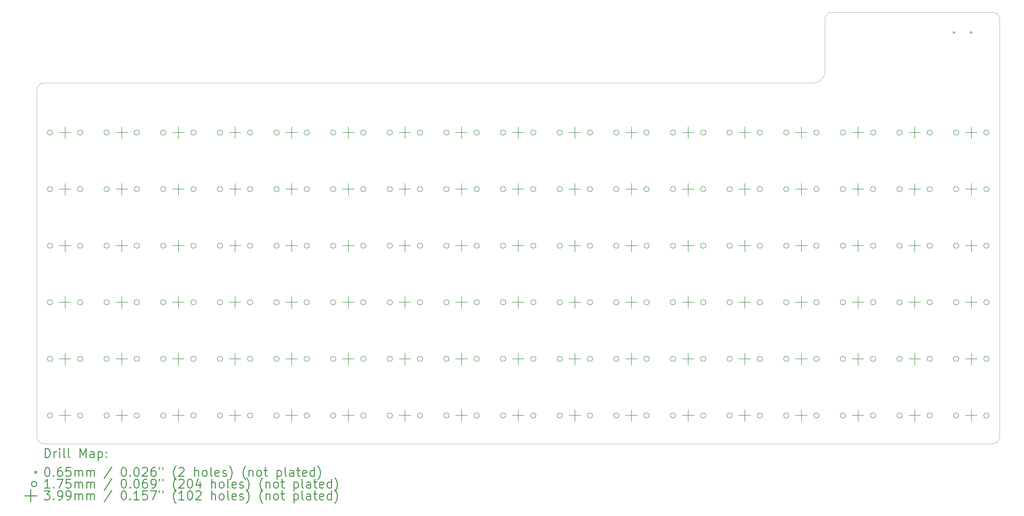
<source format=gbr>
%FSLAX45Y45*%
G04 Gerber Fmt 4.5, Leading zero omitted, Abs format (unit mm)*
G04 Created by KiCad (PCBNEW (5.1.4)-1) date 2021-09-14 20:53:47*
%MOMM*%
%LPD*%
G04 APERTURE LIST*
%ADD10C,0.050000*%
%ADD11C,0.200000*%
%ADD12C,0.300000*%
G04 APERTURE END LIST*
D10*
X36512500Y-6350000D02*
X36512500Y-20399375D01*
X36274375Y-6111875D02*
G75*
G02X36512500Y-6350000I0J-238125D01*
G01*
X30638750Y-8096250D02*
G75*
G02X30241875Y-8493125I-396875J0D01*
G01*
X30638750Y-6350000D02*
G75*
G02X30876875Y-6111875I238125J0D01*
G01*
X4127500Y-8731250D02*
G75*
G02X4365625Y-8493125I238125J0D01*
G01*
X30241875Y-8493125D02*
X4365625Y-8493125D01*
X30638750Y-6350000D02*
X30638750Y-8096250D01*
X36512500Y-20399375D02*
G75*
G02X36274375Y-20637500I-238125J0D01*
G01*
X4365625Y-20637500D02*
G75*
G02X4127500Y-20399375I0J238125D01*
G01*
X36274375Y-20637500D02*
X4365625Y-20637500D01*
X30876875Y-6111875D02*
X36274375Y-6111875D01*
X4127500Y-20399375D02*
X4127500Y-8731250D01*
D11*
X34946400Y-6755300D02*
X35011400Y-6820300D01*
X35011400Y-6755300D02*
X34946400Y-6820300D01*
X35524400Y-6755300D02*
X35589400Y-6820300D01*
X35589400Y-6755300D02*
X35524400Y-6820300D01*
X29424500Y-12065000D02*
G75*
G03X29424500Y-12065000I-87500J0D01*
G01*
X30440500Y-12065000D02*
G75*
G03X30440500Y-12065000I-87500J0D01*
G01*
X35139500Y-10160000D02*
G75*
G03X35139500Y-10160000I-87500J0D01*
G01*
X36155500Y-10160000D02*
G75*
G03X36155500Y-10160000I-87500J0D01*
G01*
X23709500Y-12065000D02*
G75*
G03X23709500Y-12065000I-87500J0D01*
G01*
X24725500Y-12065000D02*
G75*
G03X24725500Y-12065000I-87500J0D01*
G01*
X31329500Y-10160000D02*
G75*
G03X31329500Y-10160000I-87500J0D01*
G01*
X32345500Y-10160000D02*
G75*
G03X32345500Y-10160000I-87500J0D01*
G01*
X35139500Y-13970000D02*
G75*
G03X35139500Y-13970000I-87500J0D01*
G01*
X36155500Y-13970000D02*
G75*
G03X36155500Y-13970000I-87500J0D01*
G01*
X25614500Y-10160000D02*
G75*
G03X25614500Y-10160000I-87500J0D01*
G01*
X26630500Y-10160000D02*
G75*
G03X26630500Y-10160000I-87500J0D01*
G01*
X27519500Y-17780000D02*
G75*
G03X27519500Y-17780000I-87500J0D01*
G01*
X28535500Y-17780000D02*
G75*
G03X28535500Y-17780000I-87500J0D01*
G01*
X17994500Y-12065000D02*
G75*
G03X17994500Y-12065000I-87500J0D01*
G01*
X19010500Y-12065000D02*
G75*
G03X19010500Y-12065000I-87500J0D01*
G01*
X12279500Y-13970000D02*
G75*
G03X12279500Y-13970000I-87500J0D01*
G01*
X13295500Y-13970000D02*
G75*
G03X13295500Y-13970000I-87500J0D01*
G01*
X16089500Y-15875000D02*
G75*
G03X16089500Y-15875000I-87500J0D01*
G01*
X17105500Y-15875000D02*
G75*
G03X17105500Y-15875000I-87500J0D01*
G01*
X8469500Y-13970000D02*
G75*
G03X8469500Y-13970000I-87500J0D01*
G01*
X9485500Y-13970000D02*
G75*
G03X9485500Y-13970000I-87500J0D01*
G01*
X14184500Y-12065000D02*
G75*
G03X14184500Y-12065000I-87500J0D01*
G01*
X15200500Y-12065000D02*
G75*
G03X15200500Y-12065000I-87500J0D01*
G01*
X19899500Y-19685000D02*
G75*
G03X19899500Y-19685000I-87500J0D01*
G01*
X20915500Y-19685000D02*
G75*
G03X20915500Y-19685000I-87500J0D01*
G01*
X4659500Y-10160000D02*
G75*
G03X4659500Y-10160000I-87500J0D01*
G01*
X5675500Y-10160000D02*
G75*
G03X5675500Y-10160000I-87500J0D01*
G01*
X12279500Y-19685000D02*
G75*
G03X12279500Y-19685000I-87500J0D01*
G01*
X13295500Y-19685000D02*
G75*
G03X13295500Y-19685000I-87500J0D01*
G01*
X17994500Y-19685000D02*
G75*
G03X17994500Y-19685000I-87500J0D01*
G01*
X19010500Y-19685000D02*
G75*
G03X19010500Y-19685000I-87500J0D01*
G01*
X31329500Y-13970000D02*
G75*
G03X31329500Y-13970000I-87500J0D01*
G01*
X32345500Y-13970000D02*
G75*
G03X32345500Y-13970000I-87500J0D01*
G01*
X23709500Y-19685000D02*
G75*
G03X23709500Y-19685000I-87500J0D01*
G01*
X24725500Y-19685000D02*
G75*
G03X24725500Y-19685000I-87500J0D01*
G01*
X4659500Y-19685000D02*
G75*
G03X4659500Y-19685000I-87500J0D01*
G01*
X5675500Y-19685000D02*
G75*
G03X5675500Y-19685000I-87500J0D01*
G01*
X12279500Y-10160000D02*
G75*
G03X12279500Y-10160000I-87500J0D01*
G01*
X13295500Y-10160000D02*
G75*
G03X13295500Y-10160000I-87500J0D01*
G01*
X25614500Y-15875000D02*
G75*
G03X25614500Y-15875000I-87500J0D01*
G01*
X26630500Y-15875000D02*
G75*
G03X26630500Y-15875000I-87500J0D01*
G01*
X16089500Y-12065000D02*
G75*
G03X16089500Y-12065000I-87500J0D01*
G01*
X17105500Y-12065000D02*
G75*
G03X17105500Y-12065000I-87500J0D01*
G01*
X31329500Y-12065000D02*
G75*
G03X31329500Y-12065000I-87500J0D01*
G01*
X32345500Y-12065000D02*
G75*
G03X32345500Y-12065000I-87500J0D01*
G01*
X21804500Y-17780000D02*
G75*
G03X21804500Y-17780000I-87500J0D01*
G01*
X22820500Y-17780000D02*
G75*
G03X22820500Y-17780000I-87500J0D01*
G01*
X6564500Y-10160000D02*
G75*
G03X6564500Y-10160000I-87500J0D01*
G01*
X7580500Y-10160000D02*
G75*
G03X7580500Y-10160000I-87500J0D01*
G01*
X12279500Y-15875000D02*
G75*
G03X12279500Y-15875000I-87500J0D01*
G01*
X13295500Y-15875000D02*
G75*
G03X13295500Y-15875000I-87500J0D01*
G01*
X29424500Y-15875000D02*
G75*
G03X29424500Y-15875000I-87500J0D01*
G01*
X30440500Y-15875000D02*
G75*
G03X30440500Y-15875000I-87500J0D01*
G01*
X16089500Y-10160000D02*
G75*
G03X16089500Y-10160000I-87500J0D01*
G01*
X17105500Y-10160000D02*
G75*
G03X17105500Y-10160000I-87500J0D01*
G01*
X35139500Y-15875000D02*
G75*
G03X35139500Y-15875000I-87500J0D01*
G01*
X36155500Y-15875000D02*
G75*
G03X36155500Y-15875000I-87500J0D01*
G01*
X19899500Y-12065000D02*
G75*
G03X19899500Y-12065000I-87500J0D01*
G01*
X20915500Y-12065000D02*
G75*
G03X20915500Y-12065000I-87500J0D01*
G01*
X4659500Y-12065000D02*
G75*
G03X4659500Y-12065000I-87500J0D01*
G01*
X5675500Y-12065000D02*
G75*
G03X5675500Y-12065000I-87500J0D01*
G01*
X10374500Y-13970000D02*
G75*
G03X10374500Y-13970000I-87500J0D01*
G01*
X11390500Y-13970000D02*
G75*
G03X11390500Y-13970000I-87500J0D01*
G01*
X25614500Y-17780000D02*
G75*
G03X25614500Y-17780000I-87500J0D01*
G01*
X26630500Y-17780000D02*
G75*
G03X26630500Y-17780000I-87500J0D01*
G01*
X31329500Y-19685000D02*
G75*
G03X31329500Y-19685000I-87500J0D01*
G01*
X32345500Y-19685000D02*
G75*
G03X32345500Y-19685000I-87500J0D01*
G01*
X21804500Y-12065000D02*
G75*
G03X21804500Y-12065000I-87500J0D01*
G01*
X22820500Y-12065000D02*
G75*
G03X22820500Y-12065000I-87500J0D01*
G01*
X27519500Y-15875000D02*
G75*
G03X27519500Y-15875000I-87500J0D01*
G01*
X28535500Y-15875000D02*
G75*
G03X28535500Y-15875000I-87500J0D01*
G01*
X33234500Y-15875000D02*
G75*
G03X33234500Y-15875000I-87500J0D01*
G01*
X34250500Y-15875000D02*
G75*
G03X34250500Y-15875000I-87500J0D01*
G01*
X21804500Y-19685000D02*
G75*
G03X21804500Y-19685000I-87500J0D01*
G01*
X22820500Y-19685000D02*
G75*
G03X22820500Y-19685000I-87500J0D01*
G01*
X27519500Y-19685000D02*
G75*
G03X27519500Y-19685000I-87500J0D01*
G01*
X28535500Y-19685000D02*
G75*
G03X28535500Y-19685000I-87500J0D01*
G01*
X31329500Y-15875000D02*
G75*
G03X31329500Y-15875000I-87500J0D01*
G01*
X32345500Y-15875000D02*
G75*
G03X32345500Y-15875000I-87500J0D01*
G01*
X25614500Y-13970000D02*
G75*
G03X25614500Y-13970000I-87500J0D01*
G01*
X26630500Y-13970000D02*
G75*
G03X26630500Y-13970000I-87500J0D01*
G01*
X16089500Y-17780000D02*
G75*
G03X16089500Y-17780000I-87500J0D01*
G01*
X17105500Y-17780000D02*
G75*
G03X17105500Y-17780000I-87500J0D01*
G01*
X6564500Y-15875000D02*
G75*
G03X6564500Y-15875000I-87500J0D01*
G01*
X7580500Y-15875000D02*
G75*
G03X7580500Y-15875000I-87500J0D01*
G01*
X8469500Y-15875000D02*
G75*
G03X8469500Y-15875000I-87500J0D01*
G01*
X9485500Y-15875000D02*
G75*
G03X9485500Y-15875000I-87500J0D01*
G01*
X14184500Y-13970000D02*
G75*
G03X14184500Y-13970000I-87500J0D01*
G01*
X15200500Y-13970000D02*
G75*
G03X15200500Y-13970000I-87500J0D01*
G01*
X33234500Y-12065000D02*
G75*
G03X33234500Y-12065000I-87500J0D01*
G01*
X34250500Y-12065000D02*
G75*
G03X34250500Y-12065000I-87500J0D01*
G01*
X6564500Y-19685000D02*
G75*
G03X6564500Y-19685000I-87500J0D01*
G01*
X7580500Y-19685000D02*
G75*
G03X7580500Y-19685000I-87500J0D01*
G01*
X12279500Y-17780000D02*
G75*
G03X12279500Y-17780000I-87500J0D01*
G01*
X13295500Y-17780000D02*
G75*
G03X13295500Y-17780000I-87500J0D01*
G01*
X19899500Y-10160000D02*
G75*
G03X19899500Y-10160000I-87500J0D01*
G01*
X20915500Y-10160000D02*
G75*
G03X20915500Y-10160000I-87500J0D01*
G01*
X33234500Y-13970000D02*
G75*
G03X33234500Y-13970000I-87500J0D01*
G01*
X34250500Y-13970000D02*
G75*
G03X34250500Y-13970000I-87500J0D01*
G01*
X19899500Y-17780000D02*
G75*
G03X19899500Y-17780000I-87500J0D01*
G01*
X20915500Y-17780000D02*
G75*
G03X20915500Y-17780000I-87500J0D01*
G01*
X8469500Y-17780000D02*
G75*
G03X8469500Y-17780000I-87500J0D01*
G01*
X9485500Y-17780000D02*
G75*
G03X9485500Y-17780000I-87500J0D01*
G01*
X17994500Y-13970000D02*
G75*
G03X17994500Y-13970000I-87500J0D01*
G01*
X19010500Y-13970000D02*
G75*
G03X19010500Y-13970000I-87500J0D01*
G01*
X21804500Y-15875000D02*
G75*
G03X21804500Y-15875000I-87500J0D01*
G01*
X22820500Y-15875000D02*
G75*
G03X22820500Y-15875000I-87500J0D01*
G01*
X6564500Y-13970000D02*
G75*
G03X6564500Y-13970000I-87500J0D01*
G01*
X7580500Y-13970000D02*
G75*
G03X7580500Y-13970000I-87500J0D01*
G01*
X12279500Y-12065000D02*
G75*
G03X12279500Y-12065000I-87500J0D01*
G01*
X13295500Y-12065000D02*
G75*
G03X13295500Y-12065000I-87500J0D01*
G01*
X29424500Y-19685000D02*
G75*
G03X29424500Y-19685000I-87500J0D01*
G01*
X30440500Y-19685000D02*
G75*
G03X30440500Y-19685000I-87500J0D01*
G01*
X14184500Y-19685000D02*
G75*
G03X14184500Y-19685000I-87500J0D01*
G01*
X15200500Y-19685000D02*
G75*
G03X15200500Y-19685000I-87500J0D01*
G01*
X35139500Y-17780000D02*
G75*
G03X35139500Y-17780000I-87500J0D01*
G01*
X36155500Y-17780000D02*
G75*
G03X36155500Y-17780000I-87500J0D01*
G01*
X21804500Y-13970000D02*
G75*
G03X21804500Y-13970000I-87500J0D01*
G01*
X22820500Y-13970000D02*
G75*
G03X22820500Y-13970000I-87500J0D01*
G01*
X4659500Y-15875000D02*
G75*
G03X4659500Y-15875000I-87500J0D01*
G01*
X5675500Y-15875000D02*
G75*
G03X5675500Y-15875000I-87500J0D01*
G01*
X10374500Y-10160000D02*
G75*
G03X10374500Y-10160000I-87500J0D01*
G01*
X11390500Y-10160000D02*
G75*
G03X11390500Y-10160000I-87500J0D01*
G01*
X25614500Y-12065000D02*
G75*
G03X25614500Y-12065000I-87500J0D01*
G01*
X26630500Y-12065000D02*
G75*
G03X26630500Y-12065000I-87500J0D01*
G01*
X14184500Y-17780000D02*
G75*
G03X14184500Y-17780000I-87500J0D01*
G01*
X15200500Y-17780000D02*
G75*
G03X15200500Y-17780000I-87500J0D01*
G01*
X35139500Y-12065000D02*
G75*
G03X35139500Y-12065000I-87500J0D01*
G01*
X36155500Y-12065000D02*
G75*
G03X36155500Y-12065000I-87500J0D01*
G01*
X23709500Y-17780000D02*
G75*
G03X23709500Y-17780000I-87500J0D01*
G01*
X24725500Y-17780000D02*
G75*
G03X24725500Y-17780000I-87500J0D01*
G01*
X10374500Y-17780000D02*
G75*
G03X10374500Y-17780000I-87500J0D01*
G01*
X11390500Y-17780000D02*
G75*
G03X11390500Y-17780000I-87500J0D01*
G01*
X27519500Y-12065000D02*
G75*
G03X27519500Y-12065000I-87500J0D01*
G01*
X28535500Y-12065000D02*
G75*
G03X28535500Y-12065000I-87500J0D01*
G01*
X31329500Y-17780000D02*
G75*
G03X31329500Y-17780000I-87500J0D01*
G01*
X32345500Y-17780000D02*
G75*
G03X32345500Y-17780000I-87500J0D01*
G01*
X23709500Y-15875000D02*
G75*
G03X23709500Y-15875000I-87500J0D01*
G01*
X24725500Y-15875000D02*
G75*
G03X24725500Y-15875000I-87500J0D01*
G01*
X17994500Y-17780000D02*
G75*
G03X17994500Y-17780000I-87500J0D01*
G01*
X19010500Y-17780000D02*
G75*
G03X19010500Y-17780000I-87500J0D01*
G01*
X25614500Y-19685000D02*
G75*
G03X25614500Y-19685000I-87500J0D01*
G01*
X26630500Y-19685000D02*
G75*
G03X26630500Y-19685000I-87500J0D01*
G01*
X33234500Y-19685000D02*
G75*
G03X33234500Y-19685000I-87500J0D01*
G01*
X34250500Y-19685000D02*
G75*
G03X34250500Y-19685000I-87500J0D01*
G01*
X21804500Y-10160000D02*
G75*
G03X21804500Y-10160000I-87500J0D01*
G01*
X22820500Y-10160000D02*
G75*
G03X22820500Y-10160000I-87500J0D01*
G01*
X29424500Y-17780000D02*
G75*
G03X29424500Y-17780000I-87500J0D01*
G01*
X30440500Y-17780000D02*
G75*
G03X30440500Y-17780000I-87500J0D01*
G01*
X14184500Y-15875000D02*
G75*
G03X14184500Y-15875000I-87500J0D01*
G01*
X15200500Y-15875000D02*
G75*
G03X15200500Y-15875000I-87500J0D01*
G01*
X27519500Y-13970000D02*
G75*
G03X27519500Y-13970000I-87500J0D01*
G01*
X28535500Y-13970000D02*
G75*
G03X28535500Y-13970000I-87500J0D01*
G01*
X4659500Y-17780000D02*
G75*
G03X4659500Y-17780000I-87500J0D01*
G01*
X5675500Y-17780000D02*
G75*
G03X5675500Y-17780000I-87500J0D01*
G01*
X8469500Y-10160000D02*
G75*
G03X8469500Y-10160000I-87500J0D01*
G01*
X9485500Y-10160000D02*
G75*
G03X9485500Y-10160000I-87500J0D01*
G01*
X16089500Y-13970000D02*
G75*
G03X16089500Y-13970000I-87500J0D01*
G01*
X17105500Y-13970000D02*
G75*
G03X17105500Y-13970000I-87500J0D01*
G01*
X8469500Y-19685000D02*
G75*
G03X8469500Y-19685000I-87500J0D01*
G01*
X9485500Y-19685000D02*
G75*
G03X9485500Y-19685000I-87500J0D01*
G01*
X14184500Y-10160000D02*
G75*
G03X14184500Y-10160000I-87500J0D01*
G01*
X15200500Y-10160000D02*
G75*
G03X15200500Y-10160000I-87500J0D01*
G01*
X6564500Y-12065000D02*
G75*
G03X6564500Y-12065000I-87500J0D01*
G01*
X7580500Y-12065000D02*
G75*
G03X7580500Y-12065000I-87500J0D01*
G01*
X10374500Y-12065000D02*
G75*
G03X10374500Y-12065000I-87500J0D01*
G01*
X11390500Y-12065000D02*
G75*
G03X11390500Y-12065000I-87500J0D01*
G01*
X17994500Y-15875000D02*
G75*
G03X17994500Y-15875000I-87500J0D01*
G01*
X19010500Y-15875000D02*
G75*
G03X19010500Y-15875000I-87500J0D01*
G01*
X19899500Y-15875000D02*
G75*
G03X19899500Y-15875000I-87500J0D01*
G01*
X20915500Y-15875000D02*
G75*
G03X20915500Y-15875000I-87500J0D01*
G01*
X8469500Y-12065000D02*
G75*
G03X8469500Y-12065000I-87500J0D01*
G01*
X9485500Y-12065000D02*
G75*
G03X9485500Y-12065000I-87500J0D01*
G01*
X29424500Y-10160000D02*
G75*
G03X29424500Y-10160000I-87500J0D01*
G01*
X30440500Y-10160000D02*
G75*
G03X30440500Y-10160000I-87500J0D01*
G01*
X16089500Y-19685000D02*
G75*
G03X16089500Y-19685000I-87500J0D01*
G01*
X17105500Y-19685000D02*
G75*
G03X17105500Y-19685000I-87500J0D01*
G01*
X35139500Y-19685000D02*
G75*
G03X35139500Y-19685000I-87500J0D01*
G01*
X36155500Y-19685000D02*
G75*
G03X36155500Y-19685000I-87500J0D01*
G01*
X23709500Y-13970000D02*
G75*
G03X23709500Y-13970000I-87500J0D01*
G01*
X24725500Y-13970000D02*
G75*
G03X24725500Y-13970000I-87500J0D01*
G01*
X6564500Y-17780000D02*
G75*
G03X6564500Y-17780000I-87500J0D01*
G01*
X7580500Y-17780000D02*
G75*
G03X7580500Y-17780000I-87500J0D01*
G01*
X10374500Y-15875000D02*
G75*
G03X10374500Y-15875000I-87500J0D01*
G01*
X11390500Y-15875000D02*
G75*
G03X11390500Y-15875000I-87500J0D01*
G01*
X29424500Y-13970000D02*
G75*
G03X29424500Y-13970000I-87500J0D01*
G01*
X30440500Y-13970000D02*
G75*
G03X30440500Y-13970000I-87500J0D01*
G01*
X17994500Y-10160000D02*
G75*
G03X17994500Y-10160000I-87500J0D01*
G01*
X19010500Y-10160000D02*
G75*
G03X19010500Y-10160000I-87500J0D01*
G01*
X33234500Y-17780000D02*
G75*
G03X33234500Y-17780000I-87500J0D01*
G01*
X34250500Y-17780000D02*
G75*
G03X34250500Y-17780000I-87500J0D01*
G01*
X19899500Y-13970000D02*
G75*
G03X19899500Y-13970000I-87500J0D01*
G01*
X20915500Y-13970000D02*
G75*
G03X20915500Y-13970000I-87500J0D01*
G01*
X4659500Y-13970000D02*
G75*
G03X4659500Y-13970000I-87500J0D01*
G01*
X5675500Y-13970000D02*
G75*
G03X5675500Y-13970000I-87500J0D01*
G01*
X10374500Y-19685000D02*
G75*
G03X10374500Y-19685000I-87500J0D01*
G01*
X11390500Y-19685000D02*
G75*
G03X11390500Y-19685000I-87500J0D01*
G01*
X27519500Y-10160000D02*
G75*
G03X27519500Y-10160000I-87500J0D01*
G01*
X28535500Y-10160000D02*
G75*
G03X28535500Y-10160000I-87500J0D01*
G01*
X33234500Y-10160000D02*
G75*
G03X33234500Y-10160000I-87500J0D01*
G01*
X34250500Y-10160000D02*
G75*
G03X34250500Y-10160000I-87500J0D01*
G01*
X23709500Y-10160000D02*
G75*
G03X23709500Y-10160000I-87500J0D01*
G01*
X24725500Y-10160000D02*
G75*
G03X24725500Y-10160000I-87500J0D01*
G01*
X26035000Y-19485610D02*
X26035000Y-19884390D01*
X25835610Y-19685000D02*
X26234390Y-19685000D01*
X33655000Y-19485610D02*
X33655000Y-19884390D01*
X33455610Y-19685000D02*
X33854390Y-19685000D01*
X22225000Y-9960610D02*
X22225000Y-10359390D01*
X22025610Y-10160000D02*
X22424390Y-10160000D01*
X29845000Y-17580610D02*
X29845000Y-17979390D01*
X29645610Y-17780000D02*
X30044390Y-17780000D01*
X14605000Y-15675610D02*
X14605000Y-16074390D01*
X14405610Y-15875000D02*
X14804390Y-15875000D01*
X27940000Y-13770610D02*
X27940000Y-14169390D01*
X27740610Y-13970000D02*
X28139390Y-13970000D01*
X5080000Y-17580610D02*
X5080000Y-17979390D01*
X4880610Y-17780000D02*
X5279390Y-17780000D01*
X8890000Y-9960610D02*
X8890000Y-10359390D01*
X8690610Y-10160000D02*
X9089390Y-10160000D01*
X16510000Y-13770610D02*
X16510000Y-14169390D01*
X16310610Y-13970000D02*
X16709390Y-13970000D01*
X8890000Y-19485610D02*
X8890000Y-19884390D01*
X8690610Y-19685000D02*
X9089390Y-19685000D01*
X14605000Y-9960610D02*
X14605000Y-10359390D01*
X14405610Y-10160000D02*
X14804390Y-10160000D01*
X6985000Y-11865610D02*
X6985000Y-12264390D01*
X6785610Y-12065000D02*
X7184390Y-12065000D01*
X10795000Y-11865610D02*
X10795000Y-12264390D01*
X10595610Y-12065000D02*
X10994390Y-12065000D01*
X18415000Y-15675610D02*
X18415000Y-16074390D01*
X18215610Y-15875000D02*
X18614390Y-15875000D01*
X20320000Y-15675610D02*
X20320000Y-16074390D01*
X20120610Y-15875000D02*
X20519390Y-15875000D01*
X8890000Y-11865610D02*
X8890000Y-12264390D01*
X8690610Y-12065000D02*
X9089390Y-12065000D01*
X29845000Y-9960610D02*
X29845000Y-10359390D01*
X29645610Y-10160000D02*
X30044390Y-10160000D01*
X16510000Y-19485610D02*
X16510000Y-19884390D01*
X16310610Y-19685000D02*
X16709390Y-19685000D01*
X35560000Y-19485610D02*
X35560000Y-19884390D01*
X35360610Y-19685000D02*
X35759390Y-19685000D01*
X24130000Y-13770610D02*
X24130000Y-14169390D01*
X23930610Y-13970000D02*
X24329390Y-13970000D01*
X6985000Y-17580610D02*
X6985000Y-17979390D01*
X6785610Y-17780000D02*
X7184390Y-17780000D01*
X10795000Y-15675610D02*
X10795000Y-16074390D01*
X10595610Y-15875000D02*
X10994390Y-15875000D01*
X29845000Y-13770610D02*
X29845000Y-14169390D01*
X29645610Y-13970000D02*
X30044390Y-13970000D01*
X18415000Y-9960610D02*
X18415000Y-10359390D01*
X18215610Y-10160000D02*
X18614390Y-10160000D01*
X33655000Y-17580610D02*
X33655000Y-17979390D01*
X33455610Y-17780000D02*
X33854390Y-17780000D01*
X20320000Y-13770610D02*
X20320000Y-14169390D01*
X20120610Y-13970000D02*
X20519390Y-13970000D01*
X5080000Y-13770610D02*
X5080000Y-14169390D01*
X4880610Y-13970000D02*
X5279390Y-13970000D01*
X10795000Y-19485610D02*
X10795000Y-19884390D01*
X10595610Y-19685000D02*
X10994390Y-19685000D01*
X27940000Y-9960610D02*
X27940000Y-10359390D01*
X27740610Y-10160000D02*
X28139390Y-10160000D01*
X33655000Y-9960610D02*
X33655000Y-10359390D01*
X33455610Y-10160000D02*
X33854390Y-10160000D01*
X24130000Y-9960610D02*
X24130000Y-10359390D01*
X23930610Y-10160000D02*
X24329390Y-10160000D01*
X29845000Y-11865610D02*
X29845000Y-12264390D01*
X29645610Y-12065000D02*
X30044390Y-12065000D01*
X35560000Y-9960610D02*
X35560000Y-10359390D01*
X35360610Y-10160000D02*
X35759390Y-10160000D01*
X24130000Y-11865610D02*
X24130000Y-12264390D01*
X23930610Y-12065000D02*
X24329390Y-12065000D01*
X31750000Y-9960610D02*
X31750000Y-10359390D01*
X31550610Y-10160000D02*
X31949390Y-10160000D01*
X35560000Y-13770610D02*
X35560000Y-14169390D01*
X35360610Y-13970000D02*
X35759390Y-13970000D01*
X26035000Y-9960610D02*
X26035000Y-10359390D01*
X25835610Y-10160000D02*
X26234390Y-10160000D01*
X27940000Y-17580610D02*
X27940000Y-17979390D01*
X27740610Y-17780000D02*
X28139390Y-17780000D01*
X18415000Y-11865610D02*
X18415000Y-12264390D01*
X18215610Y-12065000D02*
X18614390Y-12065000D01*
X12700000Y-13770610D02*
X12700000Y-14169390D01*
X12500610Y-13970000D02*
X12899390Y-13970000D01*
X16510000Y-15675610D02*
X16510000Y-16074390D01*
X16310610Y-15875000D02*
X16709390Y-15875000D01*
X8890000Y-13770610D02*
X8890000Y-14169390D01*
X8690610Y-13970000D02*
X9089390Y-13970000D01*
X14605000Y-11865610D02*
X14605000Y-12264390D01*
X14405610Y-12065000D02*
X14804390Y-12065000D01*
X20320000Y-19485610D02*
X20320000Y-19884390D01*
X20120610Y-19685000D02*
X20519390Y-19685000D01*
X5080000Y-9960610D02*
X5080000Y-10359390D01*
X4880610Y-10160000D02*
X5279390Y-10160000D01*
X12700000Y-19485610D02*
X12700000Y-19884390D01*
X12500610Y-19685000D02*
X12899390Y-19685000D01*
X18415000Y-19485610D02*
X18415000Y-19884390D01*
X18215610Y-19685000D02*
X18614390Y-19685000D01*
X31750000Y-13770610D02*
X31750000Y-14169390D01*
X31550610Y-13970000D02*
X31949390Y-13970000D01*
X24130000Y-19485610D02*
X24130000Y-19884390D01*
X23930610Y-19685000D02*
X24329390Y-19685000D01*
X5080000Y-19485610D02*
X5080000Y-19884390D01*
X4880610Y-19685000D02*
X5279390Y-19685000D01*
X12700000Y-9960610D02*
X12700000Y-10359390D01*
X12500610Y-10160000D02*
X12899390Y-10160000D01*
X26035000Y-15675610D02*
X26035000Y-16074390D01*
X25835610Y-15875000D02*
X26234390Y-15875000D01*
X16510000Y-11865610D02*
X16510000Y-12264390D01*
X16310610Y-12065000D02*
X16709390Y-12065000D01*
X31750000Y-11865610D02*
X31750000Y-12264390D01*
X31550610Y-12065000D02*
X31949390Y-12065000D01*
X22225000Y-17580610D02*
X22225000Y-17979390D01*
X22025610Y-17780000D02*
X22424390Y-17780000D01*
X6985000Y-9960610D02*
X6985000Y-10359390D01*
X6785610Y-10160000D02*
X7184390Y-10160000D01*
X12700000Y-15675610D02*
X12700000Y-16074390D01*
X12500610Y-15875000D02*
X12899390Y-15875000D01*
X29845000Y-15675610D02*
X29845000Y-16074390D01*
X29645610Y-15875000D02*
X30044390Y-15875000D01*
X16510000Y-9960610D02*
X16510000Y-10359390D01*
X16310610Y-10160000D02*
X16709390Y-10160000D01*
X35560000Y-15675610D02*
X35560000Y-16074390D01*
X35360610Y-15875000D02*
X35759390Y-15875000D01*
X20320000Y-11865610D02*
X20320000Y-12264390D01*
X20120610Y-12065000D02*
X20519390Y-12065000D01*
X5080000Y-11865610D02*
X5080000Y-12264390D01*
X4880610Y-12065000D02*
X5279390Y-12065000D01*
X10795000Y-13770610D02*
X10795000Y-14169390D01*
X10595610Y-13970000D02*
X10994390Y-13970000D01*
X26035000Y-17580610D02*
X26035000Y-17979390D01*
X25835610Y-17780000D02*
X26234390Y-17780000D01*
X31750000Y-19485610D02*
X31750000Y-19884390D01*
X31550610Y-19685000D02*
X31949390Y-19685000D01*
X22225000Y-11865610D02*
X22225000Y-12264390D01*
X22025610Y-12065000D02*
X22424390Y-12065000D01*
X27940000Y-15675610D02*
X27940000Y-16074390D01*
X27740610Y-15875000D02*
X28139390Y-15875000D01*
X33655000Y-15675610D02*
X33655000Y-16074390D01*
X33455610Y-15875000D02*
X33854390Y-15875000D01*
X22225000Y-19485610D02*
X22225000Y-19884390D01*
X22025610Y-19685000D02*
X22424390Y-19685000D01*
X27940000Y-19485610D02*
X27940000Y-19884390D01*
X27740610Y-19685000D02*
X28139390Y-19685000D01*
X31750000Y-15675610D02*
X31750000Y-16074390D01*
X31550610Y-15875000D02*
X31949390Y-15875000D01*
X26035000Y-13770610D02*
X26035000Y-14169390D01*
X25835610Y-13970000D02*
X26234390Y-13970000D01*
X16510000Y-17580610D02*
X16510000Y-17979390D01*
X16310610Y-17780000D02*
X16709390Y-17780000D01*
X6985000Y-15675610D02*
X6985000Y-16074390D01*
X6785610Y-15875000D02*
X7184390Y-15875000D01*
X8890000Y-15675610D02*
X8890000Y-16074390D01*
X8690610Y-15875000D02*
X9089390Y-15875000D01*
X14605000Y-13770610D02*
X14605000Y-14169390D01*
X14405610Y-13970000D02*
X14804390Y-13970000D01*
X33655000Y-11865610D02*
X33655000Y-12264390D01*
X33455610Y-12065000D02*
X33854390Y-12065000D01*
X6985000Y-19485610D02*
X6985000Y-19884390D01*
X6785610Y-19685000D02*
X7184390Y-19685000D01*
X12700000Y-17580610D02*
X12700000Y-17979390D01*
X12500610Y-17780000D02*
X12899390Y-17780000D01*
X20320000Y-9960610D02*
X20320000Y-10359390D01*
X20120610Y-10160000D02*
X20519390Y-10160000D01*
X33655000Y-13770610D02*
X33655000Y-14169390D01*
X33455610Y-13970000D02*
X33854390Y-13970000D01*
X20320000Y-17580610D02*
X20320000Y-17979390D01*
X20120610Y-17780000D02*
X20519390Y-17780000D01*
X8890000Y-17580610D02*
X8890000Y-17979390D01*
X8690610Y-17780000D02*
X9089390Y-17780000D01*
X18415000Y-13770610D02*
X18415000Y-14169390D01*
X18215610Y-13970000D02*
X18614390Y-13970000D01*
X22225000Y-15675610D02*
X22225000Y-16074390D01*
X22025610Y-15875000D02*
X22424390Y-15875000D01*
X6985000Y-13770610D02*
X6985000Y-14169390D01*
X6785610Y-13970000D02*
X7184390Y-13970000D01*
X12700000Y-11865610D02*
X12700000Y-12264390D01*
X12500610Y-12065000D02*
X12899390Y-12065000D01*
X29845000Y-19485610D02*
X29845000Y-19884390D01*
X29645610Y-19685000D02*
X30044390Y-19685000D01*
X14605000Y-19485610D02*
X14605000Y-19884390D01*
X14405610Y-19685000D02*
X14804390Y-19685000D01*
X35560000Y-17580610D02*
X35560000Y-17979390D01*
X35360610Y-17780000D02*
X35759390Y-17780000D01*
X22225000Y-13770610D02*
X22225000Y-14169390D01*
X22025610Y-13970000D02*
X22424390Y-13970000D01*
X5080000Y-15675610D02*
X5080000Y-16074390D01*
X4880610Y-15875000D02*
X5279390Y-15875000D01*
X10795000Y-9960610D02*
X10795000Y-10359390D01*
X10595610Y-10160000D02*
X10994390Y-10160000D01*
X26035000Y-11865610D02*
X26035000Y-12264390D01*
X25835610Y-12065000D02*
X26234390Y-12065000D01*
X14605000Y-17580610D02*
X14605000Y-17979390D01*
X14405610Y-17780000D02*
X14804390Y-17780000D01*
X35560000Y-11865610D02*
X35560000Y-12264390D01*
X35360610Y-12065000D02*
X35759390Y-12065000D01*
X24130000Y-17580610D02*
X24130000Y-17979390D01*
X23930610Y-17780000D02*
X24329390Y-17780000D01*
X10795000Y-17580610D02*
X10795000Y-17979390D01*
X10595610Y-17780000D02*
X10994390Y-17780000D01*
X27940000Y-11865610D02*
X27940000Y-12264390D01*
X27740610Y-12065000D02*
X28139390Y-12065000D01*
X31750000Y-17580610D02*
X31750000Y-17979390D01*
X31550610Y-17780000D02*
X31949390Y-17780000D01*
X24130000Y-15675610D02*
X24130000Y-16074390D01*
X23930610Y-15875000D02*
X24329390Y-15875000D01*
X18415000Y-17580610D02*
X18415000Y-17979390D01*
X18215610Y-17780000D02*
X18614390Y-17780000D01*
D12*
X4411428Y-21105714D02*
X4411428Y-20805714D01*
X4482857Y-20805714D01*
X4525714Y-20820000D01*
X4554286Y-20848572D01*
X4568571Y-20877143D01*
X4582857Y-20934286D01*
X4582857Y-20977143D01*
X4568571Y-21034286D01*
X4554286Y-21062857D01*
X4525714Y-21091429D01*
X4482857Y-21105714D01*
X4411428Y-21105714D01*
X4711428Y-21105714D02*
X4711428Y-20905714D01*
X4711428Y-20962857D02*
X4725714Y-20934286D01*
X4740000Y-20920000D01*
X4768571Y-20905714D01*
X4797143Y-20905714D01*
X4897143Y-21105714D02*
X4897143Y-20905714D01*
X4897143Y-20805714D02*
X4882857Y-20820000D01*
X4897143Y-20834286D01*
X4911428Y-20820000D01*
X4897143Y-20805714D01*
X4897143Y-20834286D01*
X5082857Y-21105714D02*
X5054286Y-21091429D01*
X5040000Y-21062857D01*
X5040000Y-20805714D01*
X5240000Y-21105714D02*
X5211428Y-21091429D01*
X5197143Y-21062857D01*
X5197143Y-20805714D01*
X5582857Y-21105714D02*
X5582857Y-20805714D01*
X5682857Y-21020000D01*
X5782857Y-20805714D01*
X5782857Y-21105714D01*
X6054286Y-21105714D02*
X6054286Y-20948572D01*
X6040000Y-20920000D01*
X6011428Y-20905714D01*
X5954286Y-20905714D01*
X5925714Y-20920000D01*
X6054286Y-21091429D02*
X6025714Y-21105714D01*
X5954286Y-21105714D01*
X5925714Y-21091429D01*
X5911428Y-21062857D01*
X5911428Y-21034286D01*
X5925714Y-21005714D01*
X5954286Y-20991429D01*
X6025714Y-20991429D01*
X6054286Y-20977143D01*
X6197143Y-20905714D02*
X6197143Y-21205714D01*
X6197143Y-20920000D02*
X6225714Y-20905714D01*
X6282857Y-20905714D01*
X6311428Y-20920000D01*
X6325714Y-20934286D01*
X6340000Y-20962857D01*
X6340000Y-21048572D01*
X6325714Y-21077143D01*
X6311428Y-21091429D01*
X6282857Y-21105714D01*
X6225714Y-21105714D01*
X6197143Y-21091429D01*
X6468571Y-21077143D02*
X6482857Y-21091429D01*
X6468571Y-21105714D01*
X6454286Y-21091429D01*
X6468571Y-21077143D01*
X6468571Y-21105714D01*
X6468571Y-20920000D02*
X6482857Y-20934286D01*
X6468571Y-20948572D01*
X6454286Y-20934286D01*
X6468571Y-20920000D01*
X6468571Y-20948572D01*
X4060000Y-21567500D02*
X4125000Y-21632500D01*
X4125000Y-21567500D02*
X4060000Y-21632500D01*
X4468571Y-21435714D02*
X4497143Y-21435714D01*
X4525714Y-21450000D01*
X4540000Y-21464286D01*
X4554286Y-21492857D01*
X4568571Y-21550000D01*
X4568571Y-21621429D01*
X4554286Y-21678572D01*
X4540000Y-21707143D01*
X4525714Y-21721429D01*
X4497143Y-21735714D01*
X4468571Y-21735714D01*
X4440000Y-21721429D01*
X4425714Y-21707143D01*
X4411428Y-21678572D01*
X4397143Y-21621429D01*
X4397143Y-21550000D01*
X4411428Y-21492857D01*
X4425714Y-21464286D01*
X4440000Y-21450000D01*
X4468571Y-21435714D01*
X4697143Y-21707143D02*
X4711428Y-21721429D01*
X4697143Y-21735714D01*
X4682857Y-21721429D01*
X4697143Y-21707143D01*
X4697143Y-21735714D01*
X4968571Y-21435714D02*
X4911428Y-21435714D01*
X4882857Y-21450000D01*
X4868571Y-21464286D01*
X4840000Y-21507143D01*
X4825714Y-21564286D01*
X4825714Y-21678572D01*
X4840000Y-21707143D01*
X4854286Y-21721429D01*
X4882857Y-21735714D01*
X4940000Y-21735714D01*
X4968571Y-21721429D01*
X4982857Y-21707143D01*
X4997143Y-21678572D01*
X4997143Y-21607143D01*
X4982857Y-21578572D01*
X4968571Y-21564286D01*
X4940000Y-21550000D01*
X4882857Y-21550000D01*
X4854286Y-21564286D01*
X4840000Y-21578572D01*
X4825714Y-21607143D01*
X5268571Y-21435714D02*
X5125714Y-21435714D01*
X5111428Y-21578572D01*
X5125714Y-21564286D01*
X5154286Y-21550000D01*
X5225714Y-21550000D01*
X5254286Y-21564286D01*
X5268571Y-21578572D01*
X5282857Y-21607143D01*
X5282857Y-21678572D01*
X5268571Y-21707143D01*
X5254286Y-21721429D01*
X5225714Y-21735714D01*
X5154286Y-21735714D01*
X5125714Y-21721429D01*
X5111428Y-21707143D01*
X5411428Y-21735714D02*
X5411428Y-21535714D01*
X5411428Y-21564286D02*
X5425714Y-21550000D01*
X5454286Y-21535714D01*
X5497143Y-21535714D01*
X5525714Y-21550000D01*
X5540000Y-21578572D01*
X5540000Y-21735714D01*
X5540000Y-21578572D02*
X5554286Y-21550000D01*
X5582857Y-21535714D01*
X5625714Y-21535714D01*
X5654286Y-21550000D01*
X5668571Y-21578572D01*
X5668571Y-21735714D01*
X5811428Y-21735714D02*
X5811428Y-21535714D01*
X5811428Y-21564286D02*
X5825714Y-21550000D01*
X5854286Y-21535714D01*
X5897143Y-21535714D01*
X5925714Y-21550000D01*
X5940000Y-21578572D01*
X5940000Y-21735714D01*
X5940000Y-21578572D02*
X5954286Y-21550000D01*
X5982857Y-21535714D01*
X6025714Y-21535714D01*
X6054286Y-21550000D01*
X6068571Y-21578572D01*
X6068571Y-21735714D01*
X6654286Y-21421429D02*
X6397143Y-21807143D01*
X7040000Y-21435714D02*
X7068571Y-21435714D01*
X7097143Y-21450000D01*
X7111428Y-21464286D01*
X7125714Y-21492857D01*
X7140000Y-21550000D01*
X7140000Y-21621429D01*
X7125714Y-21678572D01*
X7111428Y-21707143D01*
X7097143Y-21721429D01*
X7068571Y-21735714D01*
X7040000Y-21735714D01*
X7011428Y-21721429D01*
X6997143Y-21707143D01*
X6982857Y-21678572D01*
X6968571Y-21621429D01*
X6968571Y-21550000D01*
X6982857Y-21492857D01*
X6997143Y-21464286D01*
X7011428Y-21450000D01*
X7040000Y-21435714D01*
X7268571Y-21707143D02*
X7282857Y-21721429D01*
X7268571Y-21735714D01*
X7254286Y-21721429D01*
X7268571Y-21707143D01*
X7268571Y-21735714D01*
X7468571Y-21435714D02*
X7497143Y-21435714D01*
X7525714Y-21450000D01*
X7540000Y-21464286D01*
X7554286Y-21492857D01*
X7568571Y-21550000D01*
X7568571Y-21621429D01*
X7554286Y-21678572D01*
X7540000Y-21707143D01*
X7525714Y-21721429D01*
X7497143Y-21735714D01*
X7468571Y-21735714D01*
X7440000Y-21721429D01*
X7425714Y-21707143D01*
X7411428Y-21678572D01*
X7397143Y-21621429D01*
X7397143Y-21550000D01*
X7411428Y-21492857D01*
X7425714Y-21464286D01*
X7440000Y-21450000D01*
X7468571Y-21435714D01*
X7682857Y-21464286D02*
X7697143Y-21450000D01*
X7725714Y-21435714D01*
X7797143Y-21435714D01*
X7825714Y-21450000D01*
X7840000Y-21464286D01*
X7854286Y-21492857D01*
X7854286Y-21521429D01*
X7840000Y-21564286D01*
X7668571Y-21735714D01*
X7854286Y-21735714D01*
X8111428Y-21435714D02*
X8054286Y-21435714D01*
X8025714Y-21450000D01*
X8011428Y-21464286D01*
X7982857Y-21507143D01*
X7968571Y-21564286D01*
X7968571Y-21678572D01*
X7982857Y-21707143D01*
X7997143Y-21721429D01*
X8025714Y-21735714D01*
X8082857Y-21735714D01*
X8111428Y-21721429D01*
X8125714Y-21707143D01*
X8140000Y-21678572D01*
X8140000Y-21607143D01*
X8125714Y-21578572D01*
X8111428Y-21564286D01*
X8082857Y-21550000D01*
X8025714Y-21550000D01*
X7997143Y-21564286D01*
X7982857Y-21578572D01*
X7968571Y-21607143D01*
X8254286Y-21435714D02*
X8254286Y-21492857D01*
X8368571Y-21435714D02*
X8368571Y-21492857D01*
X8811428Y-21850000D02*
X8797143Y-21835714D01*
X8768571Y-21792857D01*
X8754286Y-21764286D01*
X8740000Y-21721429D01*
X8725714Y-21650000D01*
X8725714Y-21592857D01*
X8740000Y-21521429D01*
X8754286Y-21478572D01*
X8768571Y-21450000D01*
X8797143Y-21407143D01*
X8811428Y-21392857D01*
X8911428Y-21464286D02*
X8925714Y-21450000D01*
X8954286Y-21435714D01*
X9025714Y-21435714D01*
X9054286Y-21450000D01*
X9068571Y-21464286D01*
X9082857Y-21492857D01*
X9082857Y-21521429D01*
X9068571Y-21564286D01*
X8897143Y-21735714D01*
X9082857Y-21735714D01*
X9440000Y-21735714D02*
X9440000Y-21435714D01*
X9568571Y-21735714D02*
X9568571Y-21578572D01*
X9554286Y-21550000D01*
X9525714Y-21535714D01*
X9482857Y-21535714D01*
X9454286Y-21550000D01*
X9440000Y-21564286D01*
X9754286Y-21735714D02*
X9725714Y-21721429D01*
X9711428Y-21707143D01*
X9697143Y-21678572D01*
X9697143Y-21592857D01*
X9711428Y-21564286D01*
X9725714Y-21550000D01*
X9754286Y-21535714D01*
X9797143Y-21535714D01*
X9825714Y-21550000D01*
X9840000Y-21564286D01*
X9854286Y-21592857D01*
X9854286Y-21678572D01*
X9840000Y-21707143D01*
X9825714Y-21721429D01*
X9797143Y-21735714D01*
X9754286Y-21735714D01*
X10025714Y-21735714D02*
X9997143Y-21721429D01*
X9982857Y-21692857D01*
X9982857Y-21435714D01*
X10254286Y-21721429D02*
X10225714Y-21735714D01*
X10168571Y-21735714D01*
X10140000Y-21721429D01*
X10125714Y-21692857D01*
X10125714Y-21578572D01*
X10140000Y-21550000D01*
X10168571Y-21535714D01*
X10225714Y-21535714D01*
X10254286Y-21550000D01*
X10268571Y-21578572D01*
X10268571Y-21607143D01*
X10125714Y-21635714D01*
X10382857Y-21721429D02*
X10411428Y-21735714D01*
X10468571Y-21735714D01*
X10497143Y-21721429D01*
X10511428Y-21692857D01*
X10511428Y-21678572D01*
X10497143Y-21650000D01*
X10468571Y-21635714D01*
X10425714Y-21635714D01*
X10397143Y-21621429D01*
X10382857Y-21592857D01*
X10382857Y-21578572D01*
X10397143Y-21550000D01*
X10425714Y-21535714D01*
X10468571Y-21535714D01*
X10497143Y-21550000D01*
X10611428Y-21850000D02*
X10625714Y-21835714D01*
X10654286Y-21792857D01*
X10668571Y-21764286D01*
X10682857Y-21721429D01*
X10697143Y-21650000D01*
X10697143Y-21592857D01*
X10682857Y-21521429D01*
X10668571Y-21478572D01*
X10654286Y-21450000D01*
X10625714Y-21407143D01*
X10611428Y-21392857D01*
X11154286Y-21850000D02*
X11140000Y-21835714D01*
X11111428Y-21792857D01*
X11097143Y-21764286D01*
X11082857Y-21721429D01*
X11068571Y-21650000D01*
X11068571Y-21592857D01*
X11082857Y-21521429D01*
X11097143Y-21478572D01*
X11111428Y-21450000D01*
X11140000Y-21407143D01*
X11154286Y-21392857D01*
X11268571Y-21535714D02*
X11268571Y-21735714D01*
X11268571Y-21564286D02*
X11282857Y-21550000D01*
X11311428Y-21535714D01*
X11354286Y-21535714D01*
X11382857Y-21550000D01*
X11397143Y-21578572D01*
X11397143Y-21735714D01*
X11582857Y-21735714D02*
X11554286Y-21721429D01*
X11540000Y-21707143D01*
X11525714Y-21678572D01*
X11525714Y-21592857D01*
X11540000Y-21564286D01*
X11554286Y-21550000D01*
X11582857Y-21535714D01*
X11625714Y-21535714D01*
X11654286Y-21550000D01*
X11668571Y-21564286D01*
X11682857Y-21592857D01*
X11682857Y-21678572D01*
X11668571Y-21707143D01*
X11654286Y-21721429D01*
X11625714Y-21735714D01*
X11582857Y-21735714D01*
X11768571Y-21535714D02*
X11882857Y-21535714D01*
X11811428Y-21435714D02*
X11811428Y-21692857D01*
X11825714Y-21721429D01*
X11854286Y-21735714D01*
X11882857Y-21735714D01*
X12211428Y-21535714D02*
X12211428Y-21835714D01*
X12211428Y-21550000D02*
X12240000Y-21535714D01*
X12297143Y-21535714D01*
X12325714Y-21550000D01*
X12340000Y-21564286D01*
X12354286Y-21592857D01*
X12354286Y-21678572D01*
X12340000Y-21707143D01*
X12325714Y-21721429D01*
X12297143Y-21735714D01*
X12240000Y-21735714D01*
X12211428Y-21721429D01*
X12525714Y-21735714D02*
X12497143Y-21721429D01*
X12482857Y-21692857D01*
X12482857Y-21435714D01*
X12768571Y-21735714D02*
X12768571Y-21578572D01*
X12754286Y-21550000D01*
X12725714Y-21535714D01*
X12668571Y-21535714D01*
X12640000Y-21550000D01*
X12768571Y-21721429D02*
X12740000Y-21735714D01*
X12668571Y-21735714D01*
X12640000Y-21721429D01*
X12625714Y-21692857D01*
X12625714Y-21664286D01*
X12640000Y-21635714D01*
X12668571Y-21621429D01*
X12740000Y-21621429D01*
X12768571Y-21607143D01*
X12868571Y-21535714D02*
X12982857Y-21535714D01*
X12911428Y-21435714D02*
X12911428Y-21692857D01*
X12925714Y-21721429D01*
X12954286Y-21735714D01*
X12982857Y-21735714D01*
X13197143Y-21721429D02*
X13168571Y-21735714D01*
X13111428Y-21735714D01*
X13082857Y-21721429D01*
X13068571Y-21692857D01*
X13068571Y-21578572D01*
X13082857Y-21550000D01*
X13111428Y-21535714D01*
X13168571Y-21535714D01*
X13197143Y-21550000D01*
X13211428Y-21578572D01*
X13211428Y-21607143D01*
X13068571Y-21635714D01*
X13468571Y-21735714D02*
X13468571Y-21435714D01*
X13468571Y-21721429D02*
X13440000Y-21735714D01*
X13382857Y-21735714D01*
X13354286Y-21721429D01*
X13340000Y-21707143D01*
X13325714Y-21678572D01*
X13325714Y-21592857D01*
X13340000Y-21564286D01*
X13354286Y-21550000D01*
X13382857Y-21535714D01*
X13440000Y-21535714D01*
X13468571Y-21550000D01*
X13582857Y-21850000D02*
X13597143Y-21835714D01*
X13625714Y-21792857D01*
X13640000Y-21764286D01*
X13654286Y-21721429D01*
X13668571Y-21650000D01*
X13668571Y-21592857D01*
X13654286Y-21521429D01*
X13640000Y-21478572D01*
X13625714Y-21450000D01*
X13597143Y-21407143D01*
X13582857Y-21392857D01*
X4125000Y-21996000D02*
G75*
G03X4125000Y-21996000I-87500J0D01*
G01*
X4568571Y-22131714D02*
X4397143Y-22131714D01*
X4482857Y-22131714D02*
X4482857Y-21831714D01*
X4454286Y-21874572D01*
X4425714Y-21903143D01*
X4397143Y-21917429D01*
X4697143Y-22103143D02*
X4711428Y-22117429D01*
X4697143Y-22131714D01*
X4682857Y-22117429D01*
X4697143Y-22103143D01*
X4697143Y-22131714D01*
X4811428Y-21831714D02*
X5011428Y-21831714D01*
X4882857Y-22131714D01*
X5268571Y-21831714D02*
X5125714Y-21831714D01*
X5111428Y-21974572D01*
X5125714Y-21960286D01*
X5154286Y-21946000D01*
X5225714Y-21946000D01*
X5254286Y-21960286D01*
X5268571Y-21974572D01*
X5282857Y-22003143D01*
X5282857Y-22074572D01*
X5268571Y-22103143D01*
X5254286Y-22117429D01*
X5225714Y-22131714D01*
X5154286Y-22131714D01*
X5125714Y-22117429D01*
X5111428Y-22103143D01*
X5411428Y-22131714D02*
X5411428Y-21931714D01*
X5411428Y-21960286D02*
X5425714Y-21946000D01*
X5454286Y-21931714D01*
X5497143Y-21931714D01*
X5525714Y-21946000D01*
X5540000Y-21974572D01*
X5540000Y-22131714D01*
X5540000Y-21974572D02*
X5554286Y-21946000D01*
X5582857Y-21931714D01*
X5625714Y-21931714D01*
X5654286Y-21946000D01*
X5668571Y-21974572D01*
X5668571Y-22131714D01*
X5811428Y-22131714D02*
X5811428Y-21931714D01*
X5811428Y-21960286D02*
X5825714Y-21946000D01*
X5854286Y-21931714D01*
X5897143Y-21931714D01*
X5925714Y-21946000D01*
X5940000Y-21974572D01*
X5940000Y-22131714D01*
X5940000Y-21974572D02*
X5954286Y-21946000D01*
X5982857Y-21931714D01*
X6025714Y-21931714D01*
X6054286Y-21946000D01*
X6068571Y-21974572D01*
X6068571Y-22131714D01*
X6654286Y-21817429D02*
X6397143Y-22203143D01*
X7040000Y-21831714D02*
X7068571Y-21831714D01*
X7097143Y-21846000D01*
X7111428Y-21860286D01*
X7125714Y-21888857D01*
X7140000Y-21946000D01*
X7140000Y-22017429D01*
X7125714Y-22074572D01*
X7111428Y-22103143D01*
X7097143Y-22117429D01*
X7068571Y-22131714D01*
X7040000Y-22131714D01*
X7011428Y-22117429D01*
X6997143Y-22103143D01*
X6982857Y-22074572D01*
X6968571Y-22017429D01*
X6968571Y-21946000D01*
X6982857Y-21888857D01*
X6997143Y-21860286D01*
X7011428Y-21846000D01*
X7040000Y-21831714D01*
X7268571Y-22103143D02*
X7282857Y-22117429D01*
X7268571Y-22131714D01*
X7254286Y-22117429D01*
X7268571Y-22103143D01*
X7268571Y-22131714D01*
X7468571Y-21831714D02*
X7497143Y-21831714D01*
X7525714Y-21846000D01*
X7540000Y-21860286D01*
X7554286Y-21888857D01*
X7568571Y-21946000D01*
X7568571Y-22017429D01*
X7554286Y-22074572D01*
X7540000Y-22103143D01*
X7525714Y-22117429D01*
X7497143Y-22131714D01*
X7468571Y-22131714D01*
X7440000Y-22117429D01*
X7425714Y-22103143D01*
X7411428Y-22074572D01*
X7397143Y-22017429D01*
X7397143Y-21946000D01*
X7411428Y-21888857D01*
X7425714Y-21860286D01*
X7440000Y-21846000D01*
X7468571Y-21831714D01*
X7825714Y-21831714D02*
X7768571Y-21831714D01*
X7740000Y-21846000D01*
X7725714Y-21860286D01*
X7697143Y-21903143D01*
X7682857Y-21960286D01*
X7682857Y-22074572D01*
X7697143Y-22103143D01*
X7711428Y-22117429D01*
X7740000Y-22131714D01*
X7797143Y-22131714D01*
X7825714Y-22117429D01*
X7840000Y-22103143D01*
X7854286Y-22074572D01*
X7854286Y-22003143D01*
X7840000Y-21974572D01*
X7825714Y-21960286D01*
X7797143Y-21946000D01*
X7740000Y-21946000D01*
X7711428Y-21960286D01*
X7697143Y-21974572D01*
X7682857Y-22003143D01*
X7997143Y-22131714D02*
X8054286Y-22131714D01*
X8082857Y-22117429D01*
X8097143Y-22103143D01*
X8125714Y-22060286D01*
X8140000Y-22003143D01*
X8140000Y-21888857D01*
X8125714Y-21860286D01*
X8111428Y-21846000D01*
X8082857Y-21831714D01*
X8025714Y-21831714D01*
X7997143Y-21846000D01*
X7982857Y-21860286D01*
X7968571Y-21888857D01*
X7968571Y-21960286D01*
X7982857Y-21988857D01*
X7997143Y-22003143D01*
X8025714Y-22017429D01*
X8082857Y-22017429D01*
X8111428Y-22003143D01*
X8125714Y-21988857D01*
X8140000Y-21960286D01*
X8254286Y-21831714D02*
X8254286Y-21888857D01*
X8368571Y-21831714D02*
X8368571Y-21888857D01*
X8811428Y-22246000D02*
X8797143Y-22231714D01*
X8768571Y-22188857D01*
X8754286Y-22160286D01*
X8740000Y-22117429D01*
X8725714Y-22046000D01*
X8725714Y-21988857D01*
X8740000Y-21917429D01*
X8754286Y-21874572D01*
X8768571Y-21846000D01*
X8797143Y-21803143D01*
X8811428Y-21788857D01*
X8911428Y-21860286D02*
X8925714Y-21846000D01*
X8954286Y-21831714D01*
X9025714Y-21831714D01*
X9054286Y-21846000D01*
X9068571Y-21860286D01*
X9082857Y-21888857D01*
X9082857Y-21917429D01*
X9068571Y-21960286D01*
X8897143Y-22131714D01*
X9082857Y-22131714D01*
X9268571Y-21831714D02*
X9297143Y-21831714D01*
X9325714Y-21846000D01*
X9340000Y-21860286D01*
X9354286Y-21888857D01*
X9368571Y-21946000D01*
X9368571Y-22017429D01*
X9354286Y-22074572D01*
X9340000Y-22103143D01*
X9325714Y-22117429D01*
X9297143Y-22131714D01*
X9268571Y-22131714D01*
X9240000Y-22117429D01*
X9225714Y-22103143D01*
X9211428Y-22074572D01*
X9197143Y-22017429D01*
X9197143Y-21946000D01*
X9211428Y-21888857D01*
X9225714Y-21860286D01*
X9240000Y-21846000D01*
X9268571Y-21831714D01*
X9625714Y-21931714D02*
X9625714Y-22131714D01*
X9554286Y-21817429D02*
X9482857Y-22031714D01*
X9668571Y-22031714D01*
X10011428Y-22131714D02*
X10011428Y-21831714D01*
X10140000Y-22131714D02*
X10140000Y-21974572D01*
X10125714Y-21946000D01*
X10097143Y-21931714D01*
X10054286Y-21931714D01*
X10025714Y-21946000D01*
X10011428Y-21960286D01*
X10325714Y-22131714D02*
X10297143Y-22117429D01*
X10282857Y-22103143D01*
X10268571Y-22074572D01*
X10268571Y-21988857D01*
X10282857Y-21960286D01*
X10297143Y-21946000D01*
X10325714Y-21931714D01*
X10368571Y-21931714D01*
X10397143Y-21946000D01*
X10411428Y-21960286D01*
X10425714Y-21988857D01*
X10425714Y-22074572D01*
X10411428Y-22103143D01*
X10397143Y-22117429D01*
X10368571Y-22131714D01*
X10325714Y-22131714D01*
X10597143Y-22131714D02*
X10568571Y-22117429D01*
X10554286Y-22088857D01*
X10554286Y-21831714D01*
X10825714Y-22117429D02*
X10797143Y-22131714D01*
X10740000Y-22131714D01*
X10711428Y-22117429D01*
X10697143Y-22088857D01*
X10697143Y-21974572D01*
X10711428Y-21946000D01*
X10740000Y-21931714D01*
X10797143Y-21931714D01*
X10825714Y-21946000D01*
X10840000Y-21974572D01*
X10840000Y-22003143D01*
X10697143Y-22031714D01*
X10954286Y-22117429D02*
X10982857Y-22131714D01*
X11040000Y-22131714D01*
X11068571Y-22117429D01*
X11082857Y-22088857D01*
X11082857Y-22074572D01*
X11068571Y-22046000D01*
X11040000Y-22031714D01*
X10997143Y-22031714D01*
X10968571Y-22017429D01*
X10954286Y-21988857D01*
X10954286Y-21974572D01*
X10968571Y-21946000D01*
X10997143Y-21931714D01*
X11040000Y-21931714D01*
X11068571Y-21946000D01*
X11182857Y-22246000D02*
X11197143Y-22231714D01*
X11225714Y-22188857D01*
X11240000Y-22160286D01*
X11254286Y-22117429D01*
X11268571Y-22046000D01*
X11268571Y-21988857D01*
X11254286Y-21917429D01*
X11240000Y-21874572D01*
X11225714Y-21846000D01*
X11197143Y-21803143D01*
X11182857Y-21788857D01*
X11725714Y-22246000D02*
X11711428Y-22231714D01*
X11682857Y-22188857D01*
X11668571Y-22160286D01*
X11654286Y-22117429D01*
X11640000Y-22046000D01*
X11640000Y-21988857D01*
X11654286Y-21917429D01*
X11668571Y-21874572D01*
X11682857Y-21846000D01*
X11711428Y-21803143D01*
X11725714Y-21788857D01*
X11840000Y-21931714D02*
X11840000Y-22131714D01*
X11840000Y-21960286D02*
X11854286Y-21946000D01*
X11882857Y-21931714D01*
X11925714Y-21931714D01*
X11954286Y-21946000D01*
X11968571Y-21974572D01*
X11968571Y-22131714D01*
X12154286Y-22131714D02*
X12125714Y-22117429D01*
X12111428Y-22103143D01*
X12097143Y-22074572D01*
X12097143Y-21988857D01*
X12111428Y-21960286D01*
X12125714Y-21946000D01*
X12154286Y-21931714D01*
X12197143Y-21931714D01*
X12225714Y-21946000D01*
X12240000Y-21960286D01*
X12254286Y-21988857D01*
X12254286Y-22074572D01*
X12240000Y-22103143D01*
X12225714Y-22117429D01*
X12197143Y-22131714D01*
X12154286Y-22131714D01*
X12340000Y-21931714D02*
X12454286Y-21931714D01*
X12382857Y-21831714D02*
X12382857Y-22088857D01*
X12397143Y-22117429D01*
X12425714Y-22131714D01*
X12454286Y-22131714D01*
X12782857Y-21931714D02*
X12782857Y-22231714D01*
X12782857Y-21946000D02*
X12811428Y-21931714D01*
X12868571Y-21931714D01*
X12897143Y-21946000D01*
X12911428Y-21960286D01*
X12925714Y-21988857D01*
X12925714Y-22074572D01*
X12911428Y-22103143D01*
X12897143Y-22117429D01*
X12868571Y-22131714D01*
X12811428Y-22131714D01*
X12782857Y-22117429D01*
X13097143Y-22131714D02*
X13068571Y-22117429D01*
X13054286Y-22088857D01*
X13054286Y-21831714D01*
X13340000Y-22131714D02*
X13340000Y-21974572D01*
X13325714Y-21946000D01*
X13297143Y-21931714D01*
X13240000Y-21931714D01*
X13211428Y-21946000D01*
X13340000Y-22117429D02*
X13311428Y-22131714D01*
X13240000Y-22131714D01*
X13211428Y-22117429D01*
X13197143Y-22088857D01*
X13197143Y-22060286D01*
X13211428Y-22031714D01*
X13240000Y-22017429D01*
X13311428Y-22017429D01*
X13340000Y-22003143D01*
X13440000Y-21931714D02*
X13554286Y-21931714D01*
X13482857Y-21831714D02*
X13482857Y-22088857D01*
X13497143Y-22117429D01*
X13525714Y-22131714D01*
X13554286Y-22131714D01*
X13768571Y-22117429D02*
X13740000Y-22131714D01*
X13682857Y-22131714D01*
X13654286Y-22117429D01*
X13640000Y-22088857D01*
X13640000Y-21974572D01*
X13654286Y-21946000D01*
X13682857Y-21931714D01*
X13740000Y-21931714D01*
X13768571Y-21946000D01*
X13782857Y-21974572D01*
X13782857Y-22003143D01*
X13640000Y-22031714D01*
X14040000Y-22131714D02*
X14040000Y-21831714D01*
X14040000Y-22117429D02*
X14011428Y-22131714D01*
X13954286Y-22131714D01*
X13925714Y-22117429D01*
X13911428Y-22103143D01*
X13897143Y-22074572D01*
X13897143Y-21988857D01*
X13911428Y-21960286D01*
X13925714Y-21946000D01*
X13954286Y-21931714D01*
X14011428Y-21931714D01*
X14040000Y-21946000D01*
X14154286Y-22246000D02*
X14168571Y-22231714D01*
X14197143Y-22188857D01*
X14211428Y-22160286D01*
X14225714Y-22117429D01*
X14240000Y-22046000D01*
X14240000Y-21988857D01*
X14225714Y-21917429D01*
X14211428Y-21874572D01*
X14197143Y-21846000D01*
X14168571Y-21803143D01*
X14154286Y-21788857D01*
X3925610Y-22192610D02*
X3925610Y-22591390D01*
X3726220Y-22392000D02*
X4125000Y-22392000D01*
X4382857Y-22227714D02*
X4568571Y-22227714D01*
X4468571Y-22342000D01*
X4511428Y-22342000D01*
X4540000Y-22356286D01*
X4554286Y-22370571D01*
X4568571Y-22399143D01*
X4568571Y-22470571D01*
X4554286Y-22499143D01*
X4540000Y-22513429D01*
X4511428Y-22527714D01*
X4425714Y-22527714D01*
X4397143Y-22513429D01*
X4382857Y-22499143D01*
X4697143Y-22499143D02*
X4711428Y-22513429D01*
X4697143Y-22527714D01*
X4682857Y-22513429D01*
X4697143Y-22499143D01*
X4697143Y-22527714D01*
X4854286Y-22527714D02*
X4911428Y-22527714D01*
X4940000Y-22513429D01*
X4954286Y-22499143D01*
X4982857Y-22456286D01*
X4997143Y-22399143D01*
X4997143Y-22284857D01*
X4982857Y-22256286D01*
X4968571Y-22242000D01*
X4940000Y-22227714D01*
X4882857Y-22227714D01*
X4854286Y-22242000D01*
X4840000Y-22256286D01*
X4825714Y-22284857D01*
X4825714Y-22356286D01*
X4840000Y-22384857D01*
X4854286Y-22399143D01*
X4882857Y-22413429D01*
X4940000Y-22413429D01*
X4968571Y-22399143D01*
X4982857Y-22384857D01*
X4997143Y-22356286D01*
X5140000Y-22527714D02*
X5197143Y-22527714D01*
X5225714Y-22513429D01*
X5240000Y-22499143D01*
X5268571Y-22456286D01*
X5282857Y-22399143D01*
X5282857Y-22284857D01*
X5268571Y-22256286D01*
X5254286Y-22242000D01*
X5225714Y-22227714D01*
X5168571Y-22227714D01*
X5140000Y-22242000D01*
X5125714Y-22256286D01*
X5111428Y-22284857D01*
X5111428Y-22356286D01*
X5125714Y-22384857D01*
X5140000Y-22399143D01*
X5168571Y-22413429D01*
X5225714Y-22413429D01*
X5254286Y-22399143D01*
X5268571Y-22384857D01*
X5282857Y-22356286D01*
X5411428Y-22527714D02*
X5411428Y-22327714D01*
X5411428Y-22356286D02*
X5425714Y-22342000D01*
X5454286Y-22327714D01*
X5497143Y-22327714D01*
X5525714Y-22342000D01*
X5540000Y-22370571D01*
X5540000Y-22527714D01*
X5540000Y-22370571D02*
X5554286Y-22342000D01*
X5582857Y-22327714D01*
X5625714Y-22327714D01*
X5654286Y-22342000D01*
X5668571Y-22370571D01*
X5668571Y-22527714D01*
X5811428Y-22527714D02*
X5811428Y-22327714D01*
X5811428Y-22356286D02*
X5825714Y-22342000D01*
X5854286Y-22327714D01*
X5897143Y-22327714D01*
X5925714Y-22342000D01*
X5940000Y-22370571D01*
X5940000Y-22527714D01*
X5940000Y-22370571D02*
X5954286Y-22342000D01*
X5982857Y-22327714D01*
X6025714Y-22327714D01*
X6054286Y-22342000D01*
X6068571Y-22370571D01*
X6068571Y-22527714D01*
X6654286Y-22213429D02*
X6397143Y-22599143D01*
X7040000Y-22227714D02*
X7068571Y-22227714D01*
X7097143Y-22242000D01*
X7111428Y-22256286D01*
X7125714Y-22284857D01*
X7140000Y-22342000D01*
X7140000Y-22413429D01*
X7125714Y-22470571D01*
X7111428Y-22499143D01*
X7097143Y-22513429D01*
X7068571Y-22527714D01*
X7040000Y-22527714D01*
X7011428Y-22513429D01*
X6997143Y-22499143D01*
X6982857Y-22470571D01*
X6968571Y-22413429D01*
X6968571Y-22342000D01*
X6982857Y-22284857D01*
X6997143Y-22256286D01*
X7011428Y-22242000D01*
X7040000Y-22227714D01*
X7268571Y-22499143D02*
X7282857Y-22513429D01*
X7268571Y-22527714D01*
X7254286Y-22513429D01*
X7268571Y-22499143D01*
X7268571Y-22527714D01*
X7568571Y-22527714D02*
X7397143Y-22527714D01*
X7482857Y-22527714D02*
X7482857Y-22227714D01*
X7454286Y-22270572D01*
X7425714Y-22299143D01*
X7397143Y-22313429D01*
X7840000Y-22227714D02*
X7697143Y-22227714D01*
X7682857Y-22370571D01*
X7697143Y-22356286D01*
X7725714Y-22342000D01*
X7797143Y-22342000D01*
X7825714Y-22356286D01*
X7840000Y-22370571D01*
X7854286Y-22399143D01*
X7854286Y-22470571D01*
X7840000Y-22499143D01*
X7825714Y-22513429D01*
X7797143Y-22527714D01*
X7725714Y-22527714D01*
X7697143Y-22513429D01*
X7682857Y-22499143D01*
X7954286Y-22227714D02*
X8154286Y-22227714D01*
X8025714Y-22527714D01*
X8254286Y-22227714D02*
X8254286Y-22284857D01*
X8368571Y-22227714D02*
X8368571Y-22284857D01*
X8811428Y-22642000D02*
X8797143Y-22627714D01*
X8768571Y-22584857D01*
X8754286Y-22556286D01*
X8740000Y-22513429D01*
X8725714Y-22442000D01*
X8725714Y-22384857D01*
X8740000Y-22313429D01*
X8754286Y-22270572D01*
X8768571Y-22242000D01*
X8797143Y-22199143D01*
X8811428Y-22184857D01*
X9082857Y-22527714D02*
X8911428Y-22527714D01*
X8997143Y-22527714D02*
X8997143Y-22227714D01*
X8968571Y-22270572D01*
X8940000Y-22299143D01*
X8911428Y-22313429D01*
X9268571Y-22227714D02*
X9297143Y-22227714D01*
X9325714Y-22242000D01*
X9340000Y-22256286D01*
X9354286Y-22284857D01*
X9368571Y-22342000D01*
X9368571Y-22413429D01*
X9354286Y-22470571D01*
X9340000Y-22499143D01*
X9325714Y-22513429D01*
X9297143Y-22527714D01*
X9268571Y-22527714D01*
X9240000Y-22513429D01*
X9225714Y-22499143D01*
X9211428Y-22470571D01*
X9197143Y-22413429D01*
X9197143Y-22342000D01*
X9211428Y-22284857D01*
X9225714Y-22256286D01*
X9240000Y-22242000D01*
X9268571Y-22227714D01*
X9482857Y-22256286D02*
X9497143Y-22242000D01*
X9525714Y-22227714D01*
X9597143Y-22227714D01*
X9625714Y-22242000D01*
X9640000Y-22256286D01*
X9654286Y-22284857D01*
X9654286Y-22313429D01*
X9640000Y-22356286D01*
X9468571Y-22527714D01*
X9654286Y-22527714D01*
X10011428Y-22527714D02*
X10011428Y-22227714D01*
X10140000Y-22527714D02*
X10140000Y-22370571D01*
X10125714Y-22342000D01*
X10097143Y-22327714D01*
X10054286Y-22327714D01*
X10025714Y-22342000D01*
X10011428Y-22356286D01*
X10325714Y-22527714D02*
X10297143Y-22513429D01*
X10282857Y-22499143D01*
X10268571Y-22470571D01*
X10268571Y-22384857D01*
X10282857Y-22356286D01*
X10297143Y-22342000D01*
X10325714Y-22327714D01*
X10368571Y-22327714D01*
X10397143Y-22342000D01*
X10411428Y-22356286D01*
X10425714Y-22384857D01*
X10425714Y-22470571D01*
X10411428Y-22499143D01*
X10397143Y-22513429D01*
X10368571Y-22527714D01*
X10325714Y-22527714D01*
X10597143Y-22527714D02*
X10568571Y-22513429D01*
X10554286Y-22484857D01*
X10554286Y-22227714D01*
X10825714Y-22513429D02*
X10797143Y-22527714D01*
X10740000Y-22527714D01*
X10711428Y-22513429D01*
X10697143Y-22484857D01*
X10697143Y-22370571D01*
X10711428Y-22342000D01*
X10740000Y-22327714D01*
X10797143Y-22327714D01*
X10825714Y-22342000D01*
X10840000Y-22370571D01*
X10840000Y-22399143D01*
X10697143Y-22427714D01*
X10954286Y-22513429D02*
X10982857Y-22527714D01*
X11040000Y-22527714D01*
X11068571Y-22513429D01*
X11082857Y-22484857D01*
X11082857Y-22470571D01*
X11068571Y-22442000D01*
X11040000Y-22427714D01*
X10997143Y-22427714D01*
X10968571Y-22413429D01*
X10954286Y-22384857D01*
X10954286Y-22370571D01*
X10968571Y-22342000D01*
X10997143Y-22327714D01*
X11040000Y-22327714D01*
X11068571Y-22342000D01*
X11182857Y-22642000D02*
X11197143Y-22627714D01*
X11225714Y-22584857D01*
X11240000Y-22556286D01*
X11254286Y-22513429D01*
X11268571Y-22442000D01*
X11268571Y-22384857D01*
X11254286Y-22313429D01*
X11240000Y-22270572D01*
X11225714Y-22242000D01*
X11197143Y-22199143D01*
X11182857Y-22184857D01*
X11725714Y-22642000D02*
X11711428Y-22627714D01*
X11682857Y-22584857D01*
X11668571Y-22556286D01*
X11654286Y-22513429D01*
X11640000Y-22442000D01*
X11640000Y-22384857D01*
X11654286Y-22313429D01*
X11668571Y-22270572D01*
X11682857Y-22242000D01*
X11711428Y-22199143D01*
X11725714Y-22184857D01*
X11840000Y-22327714D02*
X11840000Y-22527714D01*
X11840000Y-22356286D02*
X11854286Y-22342000D01*
X11882857Y-22327714D01*
X11925714Y-22327714D01*
X11954286Y-22342000D01*
X11968571Y-22370571D01*
X11968571Y-22527714D01*
X12154286Y-22527714D02*
X12125714Y-22513429D01*
X12111428Y-22499143D01*
X12097143Y-22470571D01*
X12097143Y-22384857D01*
X12111428Y-22356286D01*
X12125714Y-22342000D01*
X12154286Y-22327714D01*
X12197143Y-22327714D01*
X12225714Y-22342000D01*
X12240000Y-22356286D01*
X12254286Y-22384857D01*
X12254286Y-22470571D01*
X12240000Y-22499143D01*
X12225714Y-22513429D01*
X12197143Y-22527714D01*
X12154286Y-22527714D01*
X12340000Y-22327714D02*
X12454286Y-22327714D01*
X12382857Y-22227714D02*
X12382857Y-22484857D01*
X12397143Y-22513429D01*
X12425714Y-22527714D01*
X12454286Y-22527714D01*
X12782857Y-22327714D02*
X12782857Y-22627714D01*
X12782857Y-22342000D02*
X12811428Y-22327714D01*
X12868571Y-22327714D01*
X12897143Y-22342000D01*
X12911428Y-22356286D01*
X12925714Y-22384857D01*
X12925714Y-22470571D01*
X12911428Y-22499143D01*
X12897143Y-22513429D01*
X12868571Y-22527714D01*
X12811428Y-22527714D01*
X12782857Y-22513429D01*
X13097143Y-22527714D02*
X13068571Y-22513429D01*
X13054286Y-22484857D01*
X13054286Y-22227714D01*
X13340000Y-22527714D02*
X13340000Y-22370571D01*
X13325714Y-22342000D01*
X13297143Y-22327714D01*
X13240000Y-22327714D01*
X13211428Y-22342000D01*
X13340000Y-22513429D02*
X13311428Y-22527714D01*
X13240000Y-22527714D01*
X13211428Y-22513429D01*
X13197143Y-22484857D01*
X13197143Y-22456286D01*
X13211428Y-22427714D01*
X13240000Y-22413429D01*
X13311428Y-22413429D01*
X13340000Y-22399143D01*
X13440000Y-22327714D02*
X13554286Y-22327714D01*
X13482857Y-22227714D02*
X13482857Y-22484857D01*
X13497143Y-22513429D01*
X13525714Y-22527714D01*
X13554286Y-22527714D01*
X13768571Y-22513429D02*
X13740000Y-22527714D01*
X13682857Y-22527714D01*
X13654286Y-22513429D01*
X13640000Y-22484857D01*
X13640000Y-22370571D01*
X13654286Y-22342000D01*
X13682857Y-22327714D01*
X13740000Y-22327714D01*
X13768571Y-22342000D01*
X13782857Y-22370571D01*
X13782857Y-22399143D01*
X13640000Y-22427714D01*
X14040000Y-22527714D02*
X14040000Y-22227714D01*
X14040000Y-22513429D02*
X14011428Y-22527714D01*
X13954286Y-22527714D01*
X13925714Y-22513429D01*
X13911428Y-22499143D01*
X13897143Y-22470571D01*
X13897143Y-22384857D01*
X13911428Y-22356286D01*
X13925714Y-22342000D01*
X13954286Y-22327714D01*
X14011428Y-22327714D01*
X14040000Y-22342000D01*
X14154286Y-22642000D02*
X14168571Y-22627714D01*
X14197143Y-22584857D01*
X14211428Y-22556286D01*
X14225714Y-22513429D01*
X14240000Y-22442000D01*
X14240000Y-22384857D01*
X14225714Y-22313429D01*
X14211428Y-22270572D01*
X14197143Y-22242000D01*
X14168571Y-22199143D01*
X14154286Y-22184857D01*
M02*

</source>
